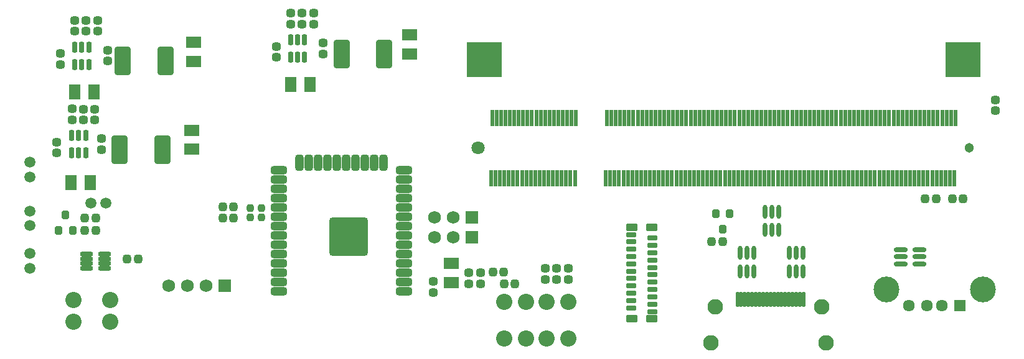
<source format=gts>
G04*
G04 #@! TF.GenerationSoftware,Altium Limited,Altium Designer,19.0.14 (431)*
G04*
G04 Layer_Color=8388736*
%FSLAX25Y25*%
%MOIN*%
G70*
G01*
G75*
G04:AMPARAMS|DCode=37|XSize=39.5mil|YSize=63.12mil|CornerRadius=7.94mil|HoleSize=0mil|Usage=FLASHONLY|Rotation=270.000|XOffset=0mil|YOffset=0mil|HoleType=Round|Shape=RoundedRectangle|*
%AMROUNDEDRECTD37*
21,1,0.03950,0.04724,0,0,270.0*
21,1,0.02362,0.06312,0,0,270.0*
1,1,0.01587,-0.02362,-0.01181*
1,1,0.01587,-0.02362,0.01181*
1,1,0.01587,0.02362,0.01181*
1,1,0.01587,0.02362,-0.01181*
%
%ADD37ROUNDEDRECTD37*%
G04:AMPARAMS|DCode=38|XSize=27.69mil|YSize=55.24mil|CornerRadius=6.46mil|HoleSize=0mil|Usage=FLASHONLY|Rotation=90.000|XOffset=0mil|YOffset=0mil|HoleType=Round|Shape=RoundedRectangle|*
%AMROUNDEDRECTD38*
21,1,0.02769,0.04232,0,0,90.0*
21,1,0.01476,0.05524,0,0,90.0*
1,1,0.01292,0.02116,0.00738*
1,1,0.01292,0.02116,-0.00738*
1,1,0.01292,-0.02116,-0.00738*
1,1,0.01292,-0.02116,0.00738*
%
%ADD38ROUNDEDRECTD38*%
G04:AMPARAMS|DCode=39|XSize=43.43mil|YSize=47.37mil|CornerRadius=12.86mil|HoleSize=0mil|Usage=FLASHONLY|Rotation=180.000|XOffset=0mil|YOffset=0mil|HoleType=Round|Shape=RoundedRectangle|*
%AMROUNDEDRECTD39*
21,1,0.04343,0.02165,0,0,180.0*
21,1,0.01772,0.04737,0,0,180.0*
1,1,0.02572,-0.00886,0.01083*
1,1,0.02572,0.00886,0.01083*
1,1,0.02572,0.00886,-0.01083*
1,1,0.02572,-0.00886,-0.01083*
%
%ADD39ROUNDEDRECTD39*%
G04:AMPARAMS|DCode=40|XSize=71.37mil|YSize=23.75mil|CornerRadius=7.94mil|HoleSize=0mil|Usage=FLASHONLY|Rotation=0.000|XOffset=0mil|YOffset=0mil|HoleType=Round|Shape=RoundedRectangle|*
%AMROUNDEDRECTD40*
21,1,0.07137,0.00787,0,0,0.0*
21,1,0.05550,0.02375,0,0,0.0*
1,1,0.01587,0.02775,-0.00394*
1,1,0.01587,-0.02775,-0.00394*
1,1,0.01587,-0.02775,0.00394*
1,1,0.01587,0.02775,0.00394*
%
%ADD40ROUNDEDRECTD40*%
G04:AMPARAMS|DCode=41|XSize=43.43mil|YSize=47.37mil|CornerRadius=12.86mil|HoleSize=0mil|Usage=FLASHONLY|Rotation=90.000|XOffset=0mil|YOffset=0mil|HoleType=Round|Shape=RoundedRectangle|*
%AMROUNDEDRECTD41*
21,1,0.04343,0.02165,0,0,90.0*
21,1,0.01772,0.04737,0,0,90.0*
1,1,0.02572,0.01083,0.00886*
1,1,0.02572,0.01083,-0.00886*
1,1,0.02572,-0.01083,-0.00886*
1,1,0.02572,-0.01083,0.00886*
%
%ADD41ROUNDEDRECTD41*%
%ADD42R,0.07887X0.06312*%
G04:AMPARAMS|DCode=43|XSize=153.67mil|YSize=86.74mil|CornerRadius=13.84mil|HoleSize=0mil|Usage=FLASHONLY|Rotation=90.000|XOffset=0mil|YOffset=0mil|HoleType=Round|Shape=RoundedRectangle|*
%AMROUNDEDRECTD43*
21,1,0.15367,0.05906,0,0,90.0*
21,1,0.12598,0.08674,0,0,90.0*
1,1,0.02769,0.02953,0.06299*
1,1,0.02769,0.02953,-0.06299*
1,1,0.02769,-0.02953,-0.06299*
1,1,0.02769,-0.02953,0.06299*
%
%ADD43ROUNDEDRECTD43*%
%ADD44R,0.06312X0.07887*%
G04:AMPARAMS|DCode=45|XSize=56.82mil|YSize=29.65mil|CornerRadius=9.41mil|HoleSize=0mil|Usage=FLASHONLY|Rotation=90.000|XOffset=0mil|YOffset=0mil|HoleType=Round|Shape=RoundedRectangle|*
%AMROUNDEDRECTD45*
21,1,0.05682,0.01083,0,0,90.0*
21,1,0.03799,0.02965,0,0,90.0*
1,1,0.01883,0.00541,0.01900*
1,1,0.01883,0.00541,-0.01900*
1,1,0.01883,-0.00541,-0.01900*
1,1,0.01883,-0.00541,0.01900*
%
%ADD45ROUNDEDRECTD45*%
G04:AMPARAMS|DCode=46|XSize=39.5mil|YSize=47.37mil|CornerRadius=11.87mil|HoleSize=0mil|Usage=FLASHONLY|Rotation=180.000|XOffset=0mil|YOffset=0mil|HoleType=Round|Shape=RoundedRectangle|*
%AMROUNDEDRECTD46*
21,1,0.03950,0.02362,0,0,180.0*
21,1,0.01575,0.04737,0,0,180.0*
1,1,0.02375,-0.00787,0.01181*
1,1,0.02375,0.00787,0.01181*
1,1,0.02375,0.00787,-0.01181*
1,1,0.02375,-0.00787,-0.01181*
%
%ADD46ROUNDEDRECTD46*%
G04:AMPARAMS|DCode=47|XSize=68mil|YSize=24mil|CornerRadius=8mil|HoleSize=0mil|Usage=FLASHONLY|Rotation=0.000|XOffset=0mil|YOffset=0mil|HoleType=Round|Shape=RoundedRectangle|*
%AMROUNDEDRECTD47*
21,1,0.06800,0.00800,0,0,0.0*
21,1,0.05200,0.02400,0,0,0.0*
1,1,0.01600,0.02600,-0.00400*
1,1,0.01600,-0.02600,-0.00400*
1,1,0.01600,-0.02600,0.00400*
1,1,0.01600,0.02600,0.00400*
%
%ADD47ROUNDEDRECTD47*%
G04:AMPARAMS|DCode=48|XSize=71.37mil|YSize=23.75mil|CornerRadius=7.94mil|HoleSize=0mil|Usage=FLASHONLY|Rotation=270.000|XOffset=0mil|YOffset=0mil|HoleType=Round|Shape=RoundedRectangle|*
%AMROUNDEDRECTD48*
21,1,0.07137,0.00787,0,0,270.0*
21,1,0.05550,0.02375,0,0,270.0*
1,1,0.01587,-0.00394,-0.02775*
1,1,0.01587,-0.00394,0.02775*
1,1,0.01587,0.00394,0.02775*
1,1,0.01587,0.00394,-0.02775*
%
%ADD48ROUNDEDRECTD48*%
G04:AMPARAMS|DCode=49|XSize=19.81mil|YSize=82.8mil|CornerRadius=6.95mil|HoleSize=0mil|Usage=FLASHONLY|Rotation=0.000|XOffset=0mil|YOffset=0mil|HoleType=Round|Shape=RoundedRectangle|*
%AMROUNDEDRECTD49*
21,1,0.01981,0.06890,0,0,0.0*
21,1,0.00591,0.08280,0,0,0.0*
1,1,0.01391,0.00295,-0.03445*
1,1,0.01391,-0.00295,-0.03445*
1,1,0.01391,-0.00295,0.03445*
1,1,0.01391,0.00295,0.03445*
%
%ADD49ROUNDEDRECTD49*%
G04:AMPARAMS|DCode=50|XSize=204.85mil|YSize=204.85mil|CornerRadius=13.84mil|HoleSize=0mil|Usage=FLASHONLY|Rotation=180.000|XOffset=0mil|YOffset=0mil|HoleType=Round|Shape=RoundedRectangle|*
%AMROUNDEDRECTD50*
21,1,0.20485,0.17717,0,0,180.0*
21,1,0.17717,0.20485,0,0,180.0*
1,1,0.02769,-0.08858,0.08858*
1,1,0.02769,0.08858,0.08858*
1,1,0.02769,0.08858,-0.08858*
1,1,0.02769,-0.08858,-0.08858*
%
%ADD50ROUNDEDRECTD50*%
G04:AMPARAMS|DCode=51|XSize=86.74mil|YSize=43.43mil|CornerRadius=12.86mil|HoleSize=0mil|Usage=FLASHONLY|Rotation=180.000|XOffset=0mil|YOffset=0mil|HoleType=Round|Shape=RoundedRectangle|*
%AMROUNDEDRECTD51*
21,1,0.08674,0.01772,0,0,180.0*
21,1,0.06102,0.04343,0,0,180.0*
1,1,0.02572,-0.03051,0.00886*
1,1,0.02572,0.03051,0.00886*
1,1,0.02572,0.03051,-0.00886*
1,1,0.02572,-0.03051,-0.00886*
%
%ADD51ROUNDEDRECTD51*%
G04:AMPARAMS|DCode=52|XSize=86.74mil|YSize=43.43mil|CornerRadius=12.86mil|HoleSize=0mil|Usage=FLASHONLY|Rotation=270.000|XOffset=0mil|YOffset=0mil|HoleType=Round|Shape=RoundedRectangle|*
%AMROUNDEDRECTD52*
21,1,0.08674,0.01772,0,0,270.0*
21,1,0.06102,0.04343,0,0,270.0*
1,1,0.02572,-0.00886,-0.03051*
1,1,0.02572,-0.00886,0.03051*
1,1,0.02572,0.00886,0.03051*
1,1,0.02572,0.00886,-0.03051*
%
%ADD52ROUNDEDRECTD52*%
G04:AMPARAMS|DCode=53|XSize=39.5mil|YSize=39.5mil|CornerRadius=11.87mil|HoleSize=0mil|Usage=FLASHONLY|Rotation=180.000|XOffset=0mil|YOffset=0mil|HoleType=Round|Shape=RoundedRectangle|*
%AMROUNDEDRECTD53*
21,1,0.03950,0.01575,0,0,180.0*
21,1,0.01575,0.03950,0,0,180.0*
1,1,0.02375,-0.00787,0.00787*
1,1,0.02375,0.00787,0.00787*
1,1,0.02375,0.00787,-0.00787*
1,1,0.02375,-0.00787,-0.00787*
%
%ADD53ROUNDEDRECTD53*%
%ADD54R,0.02178X0.08674*%
%ADD55R,0.18517X0.18910*%
%ADD56C,0.05918*%
%ADD57C,0.08674*%
%ADD58R,0.06800X0.06800*%
%ADD59C,0.06800*%
%ADD60C,0.13855*%
%ADD61R,0.06343X0.06343*%
%ADD62C,0.06343*%
%ADD63C,0.08280*%
%ADD64C,0.07099*%
%ADD65C,0.05131*%
D37*
X334449Y20669D02*
D03*
X345079D02*
D03*
X334449Y69882D02*
D03*
X345079D02*
D03*
D38*
X334055Y65945D02*
D03*
X345472Y63976D02*
D03*
X334055Y62008D02*
D03*
X345472Y60039D02*
D03*
X334055Y58071D02*
D03*
X345472Y56102D02*
D03*
X334055Y54134D02*
D03*
X345472Y52165D02*
D03*
X334055Y50197D02*
D03*
X345472Y48228D02*
D03*
X334055Y46260D02*
D03*
X345472Y44291D02*
D03*
X334055Y42323D02*
D03*
X345472Y40354D02*
D03*
X334055Y38386D02*
D03*
X345472Y36417D02*
D03*
X334055Y34449D02*
D03*
X345472Y32480D02*
D03*
X334055Y30512D02*
D03*
X345472Y28543D02*
D03*
X334055Y26575D02*
D03*
X345472Y24606D02*
D03*
D39*
X265945Y39370D02*
D03*
X271850D02*
D03*
X64008Y52631D02*
D03*
X69914D02*
D03*
X41371Y67985D02*
D03*
X47276D02*
D03*
X41469Y74875D02*
D03*
X47375D02*
D03*
X511843Y85210D02*
D03*
X505938D02*
D03*
X491469Y85210D02*
D03*
X497375D02*
D03*
X383004Y62277D02*
D03*
X377099D02*
D03*
X115224Y80886D02*
D03*
X121129D02*
D03*
X115224Y74811D02*
D03*
X121129D02*
D03*
X259909Y45808D02*
D03*
X265814D02*
D03*
D40*
X488295Y57749D02*
D03*
Y54009D02*
D03*
Y50269D02*
D03*
X478501D02*
D03*
Y54009D02*
D03*
Y57749D02*
D03*
D41*
X144023Y160957D02*
D03*
Y166863D02*
D03*
X53597Y158989D02*
D03*
Y164894D02*
D03*
X42054Y180905D02*
D03*
Y175000D02*
D03*
X48282D02*
D03*
Y180905D02*
D03*
X36077Y175000D02*
D03*
Y180905D02*
D03*
X28301Y157119D02*
D03*
Y163024D02*
D03*
X157841Y184843D02*
D03*
Y178937D02*
D03*
X163865D02*
D03*
Y184843D02*
D03*
X151700Y178937D02*
D03*
Y184843D02*
D03*
X168924Y162729D02*
D03*
Y168634D02*
D03*
X34574Y127394D02*
D03*
Y133300D02*
D03*
X40600Y133268D02*
D03*
Y127362D02*
D03*
X46850D02*
D03*
Y133268D02*
D03*
X26208Y109678D02*
D03*
Y115583D02*
D03*
X50420Y111449D02*
D03*
Y117355D02*
D03*
X528969Y138261D02*
D03*
Y132355D02*
D03*
X300394Y47835D02*
D03*
Y41929D02*
D03*
X294127D02*
D03*
Y47835D02*
D03*
X287926Y41929D02*
D03*
Y47835D02*
D03*
X246917Y45499D02*
D03*
Y39593D02*
D03*
X253216Y45499D02*
D03*
Y39593D02*
D03*
X227953Y40748D02*
D03*
Y34843D02*
D03*
D42*
X99758Y169127D02*
D03*
Y158890D02*
D03*
X215479Y172965D02*
D03*
Y162729D02*
D03*
X98550Y121882D02*
D03*
Y111646D02*
D03*
X237795Y40276D02*
D03*
Y50512D02*
D03*
D43*
X61766Y158989D02*
D03*
X84601D02*
D03*
X178865Y162729D02*
D03*
X201700D02*
D03*
X60066Y111548D02*
D03*
X82901D02*
D03*
D44*
X46411Y142552D02*
D03*
X36175D02*
D03*
X161936Y146489D02*
D03*
X151700D02*
D03*
X44416Y93733D02*
D03*
X34180D02*
D03*
D45*
X36077Y157178D02*
D03*
X39817D02*
D03*
X43557D02*
D03*
X36077Y166508D02*
D03*
X39817D02*
D03*
X43557D02*
D03*
X151700Y161016D02*
D03*
X155440D02*
D03*
X159180D02*
D03*
X151700Y170347D02*
D03*
X155440D02*
D03*
X159180D02*
D03*
X34377Y109638D02*
D03*
X38117D02*
D03*
X41857D02*
D03*
X34377Y118969D02*
D03*
X38117D02*
D03*
X41857D02*
D03*
D46*
X27394Y68084D02*
D03*
X31134Y76351D02*
D03*
X34875Y68084D02*
D03*
X386843Y77139D02*
D03*
X383103Y68871D02*
D03*
X379363Y77139D02*
D03*
D47*
X42478Y55485D02*
D03*
Y52926D02*
D03*
Y50367D02*
D03*
Y47808D02*
D03*
X51878D02*
D03*
Y50367D02*
D03*
Y52926D02*
D03*
Y55485D02*
D03*
D48*
X399737Y46258D02*
D03*
X395997D02*
D03*
X392256D02*
D03*
Y56051D02*
D03*
X395997D02*
D03*
X399737D02*
D03*
X413123Y68305D02*
D03*
X409382D02*
D03*
X405642D02*
D03*
Y78099D02*
D03*
X409382D02*
D03*
X413123D02*
D03*
X426115Y46258D02*
D03*
X422375D02*
D03*
X418634D02*
D03*
Y56051D02*
D03*
X422375D02*
D03*
X426115D02*
D03*
D49*
X408595Y31076D02*
D03*
X410564D02*
D03*
X412532D02*
D03*
X414501D02*
D03*
X416469D02*
D03*
X418438D02*
D03*
X420406D02*
D03*
X422375D02*
D03*
X424343D02*
D03*
X426312D02*
D03*
X406627D02*
D03*
X404658D02*
D03*
X402690D02*
D03*
X400721D02*
D03*
X398753D02*
D03*
X396784D02*
D03*
X394815D02*
D03*
X392847D02*
D03*
X390879D02*
D03*
D50*
X182697Y64921D02*
D03*
D51*
X212224Y35394D02*
D03*
Y40394D02*
D03*
Y45394D02*
D03*
Y50394D02*
D03*
Y55394D02*
D03*
Y60394D02*
D03*
Y65394D02*
D03*
Y70394D02*
D03*
Y75394D02*
D03*
Y80394D02*
D03*
Y85394D02*
D03*
Y90394D02*
D03*
Y95394D02*
D03*
Y100394D02*
D03*
X145295D02*
D03*
Y95394D02*
D03*
Y90394D02*
D03*
Y85394D02*
D03*
Y80394D02*
D03*
Y75394D02*
D03*
Y70394D02*
D03*
Y65394D02*
D03*
Y60394D02*
D03*
Y55394D02*
D03*
Y50394D02*
D03*
Y45394D02*
D03*
Y40394D02*
D03*
Y35394D02*
D03*
D52*
X201260Y104331D02*
D03*
X196260D02*
D03*
X191260D02*
D03*
X186260D02*
D03*
X181260D02*
D03*
X176260D02*
D03*
X171260D02*
D03*
X166260D02*
D03*
X161260D02*
D03*
X156260D02*
D03*
D53*
X136090Y75205D02*
D03*
X130184D02*
D03*
X136090Y80205D02*
D03*
X130184D02*
D03*
D54*
X258989Y96233D02*
D03*
X259579Y128517D02*
D03*
X261351Y96233D02*
D03*
X261942Y128517D02*
D03*
X263713Y96233D02*
D03*
X264304Y128517D02*
D03*
X266075Y96233D02*
D03*
X266666Y128517D02*
D03*
X268438Y96233D02*
D03*
X269028Y128517D02*
D03*
X270800Y96233D02*
D03*
X271390Y128517D02*
D03*
X273162Y96233D02*
D03*
X273753Y128517D02*
D03*
X275524Y96233D02*
D03*
X276115Y128517D02*
D03*
X277886Y96233D02*
D03*
X278477Y128517D02*
D03*
X280249Y96233D02*
D03*
X280839Y128517D02*
D03*
X282611Y96233D02*
D03*
X283201Y128517D02*
D03*
X284973Y96233D02*
D03*
X285564Y128517D02*
D03*
X287335Y96233D02*
D03*
X287926Y128517D02*
D03*
X289697Y96233D02*
D03*
X290288Y128517D02*
D03*
X292060Y96233D02*
D03*
X292650Y128517D02*
D03*
X294422Y96233D02*
D03*
X295012Y128517D02*
D03*
X296784Y96233D02*
D03*
X297375Y128517D02*
D03*
X299146Y96233D02*
D03*
X299737Y128517D02*
D03*
X301508Y96233D02*
D03*
X302099Y128517D02*
D03*
X303871Y96233D02*
D03*
X304461Y128517D02*
D03*
X320406Y96233D02*
D03*
X320997Y128517D02*
D03*
X322768Y96233D02*
D03*
X323359Y128517D02*
D03*
X325131Y96233D02*
D03*
X325721Y128517D02*
D03*
X327493Y96233D02*
D03*
X328083Y128517D02*
D03*
X329855Y96233D02*
D03*
X330446Y128517D02*
D03*
X332217Y96233D02*
D03*
X332808Y128517D02*
D03*
X334579Y96233D02*
D03*
X335170Y128517D02*
D03*
X336942Y96233D02*
D03*
X337532Y128517D02*
D03*
X339304Y96233D02*
D03*
X339894Y128517D02*
D03*
X341666Y96233D02*
D03*
X342256Y128517D02*
D03*
X344028Y96233D02*
D03*
X344619Y128517D02*
D03*
X346390Y96233D02*
D03*
X346981Y128517D02*
D03*
X348753Y96233D02*
D03*
X349343Y128517D02*
D03*
X351115Y96233D02*
D03*
X351705Y128517D02*
D03*
X353477Y96233D02*
D03*
X354067Y128517D02*
D03*
X355839Y96233D02*
D03*
X356430Y128517D02*
D03*
X358201Y96233D02*
D03*
X358792Y128517D02*
D03*
X360564Y96233D02*
D03*
X361154Y128517D02*
D03*
X362926Y96233D02*
D03*
X363516Y128517D02*
D03*
X365288Y96233D02*
D03*
X365879Y128517D02*
D03*
X367650Y96233D02*
D03*
X368241Y128517D02*
D03*
X370012Y96233D02*
D03*
X370603Y128517D02*
D03*
X372375Y96233D02*
D03*
X372965Y128517D02*
D03*
X374737Y96233D02*
D03*
X375327Y128517D02*
D03*
X377099Y96233D02*
D03*
X377690Y128517D02*
D03*
X379461Y96233D02*
D03*
X380052Y128517D02*
D03*
X381823Y96233D02*
D03*
X382414Y128517D02*
D03*
X384186Y96233D02*
D03*
X384776Y128517D02*
D03*
X386548Y96233D02*
D03*
X387138Y128517D02*
D03*
X388910Y96233D02*
D03*
X389501Y128517D02*
D03*
X391272Y96233D02*
D03*
X391863Y128517D02*
D03*
X393634Y96233D02*
D03*
X394225Y128517D02*
D03*
X395997Y96233D02*
D03*
X396587Y128517D02*
D03*
X398359Y96233D02*
D03*
X398949Y128517D02*
D03*
X400721Y96233D02*
D03*
X401312Y128517D02*
D03*
X403083Y96233D02*
D03*
X403674Y128517D02*
D03*
X405445Y96233D02*
D03*
X406036Y128517D02*
D03*
X407808Y96233D02*
D03*
X408398Y128517D02*
D03*
X410170Y96233D02*
D03*
X410760Y128517D02*
D03*
X412532Y96233D02*
D03*
X413123Y128517D02*
D03*
X414894Y96233D02*
D03*
X415485Y128517D02*
D03*
X417256Y96233D02*
D03*
X417847Y128517D02*
D03*
X419619Y96233D02*
D03*
X420209Y128517D02*
D03*
X421981Y96233D02*
D03*
X422572Y128517D02*
D03*
X424343Y96233D02*
D03*
X424934Y128517D02*
D03*
X426705Y96233D02*
D03*
X427296Y128517D02*
D03*
X429068Y96233D02*
D03*
X429658Y128517D02*
D03*
X431430Y96233D02*
D03*
X432020Y128517D02*
D03*
X433792Y96233D02*
D03*
X434382Y128517D02*
D03*
X436154Y96233D02*
D03*
X436745Y128517D02*
D03*
X438516Y96233D02*
D03*
X439107Y128517D02*
D03*
X440878Y96233D02*
D03*
X441469Y128517D02*
D03*
X443241Y96233D02*
D03*
X443831Y128517D02*
D03*
X445603Y96233D02*
D03*
X446194Y128517D02*
D03*
X447965Y96233D02*
D03*
X448556Y128517D02*
D03*
X450327Y96233D02*
D03*
X450918Y128517D02*
D03*
X452690Y96233D02*
D03*
X453280Y128517D02*
D03*
X455052Y96233D02*
D03*
X455642Y128517D02*
D03*
X457414Y96233D02*
D03*
X458005Y128517D02*
D03*
X459776Y96233D02*
D03*
X460367Y128517D02*
D03*
X462138Y96233D02*
D03*
X462729Y128517D02*
D03*
X464501Y96233D02*
D03*
X465091Y128517D02*
D03*
X466863Y96233D02*
D03*
X467453Y128517D02*
D03*
X469225Y96233D02*
D03*
X469815Y128517D02*
D03*
X471587Y96233D02*
D03*
X472178Y128517D02*
D03*
X473949Y96233D02*
D03*
X474540Y128517D02*
D03*
X476312Y96233D02*
D03*
X476902Y128517D02*
D03*
X478674Y96233D02*
D03*
X479264Y128517D02*
D03*
X481036Y96233D02*
D03*
X481627Y128517D02*
D03*
X483398Y96233D02*
D03*
X483989Y128517D02*
D03*
X485760Y96233D02*
D03*
X486351Y128517D02*
D03*
X488123Y96233D02*
D03*
X488713Y128517D02*
D03*
X490485Y96233D02*
D03*
X491075Y128517D02*
D03*
X492847Y96233D02*
D03*
X493438Y128517D02*
D03*
X495209Y96233D02*
D03*
X495800Y128517D02*
D03*
X497572Y96233D02*
D03*
X498162Y128517D02*
D03*
X499934Y96233D02*
D03*
X500524Y128517D02*
D03*
X502296Y96233D02*
D03*
X502886Y128517D02*
D03*
X504658Y96233D02*
D03*
X505249Y128517D02*
D03*
X507020Y96233D02*
D03*
X507611Y128517D02*
D03*
D55*
X511745Y159619D02*
D03*
X255446D02*
D03*
D56*
X44771Y82847D02*
D03*
X52645D02*
D03*
X12040Y104698D02*
D03*
Y96824D02*
D03*
Y78517D02*
D03*
Y70643D02*
D03*
Y55682D02*
D03*
Y47808D02*
D03*
D57*
X277756Y10236D02*
D03*
X265945Y29921D02*
D03*
Y10236D02*
D03*
X277756Y29921D02*
D03*
X288583D02*
D03*
X300394Y10236D02*
D03*
Y29921D02*
D03*
X288583Y10236D02*
D03*
X55052Y18970D02*
D03*
X35367Y30781D02*
D03*
X55052D02*
D03*
X35367Y18970D02*
D03*
D58*
X116457Y38583D02*
D03*
X248700Y64567D02*
D03*
Y75197D02*
D03*
D59*
X106457Y38583D02*
D03*
X96457D02*
D03*
X86457D02*
D03*
X228700Y64567D02*
D03*
X238700D02*
D03*
X228700Y75197D02*
D03*
X238700D02*
D03*
D60*
X522257Y36489D02*
D03*
X470524D02*
D03*
D61*
X510170Y27828D02*
D03*
D62*
X500327D02*
D03*
X492453D02*
D03*
X482611D02*
D03*
D63*
X376705Y7847D02*
D03*
X438516D02*
D03*
X379067Y27139D02*
D03*
X436154D02*
D03*
D64*
X252099Y112375D02*
D03*
D65*
X515091D02*
D03*
M02*

</source>
